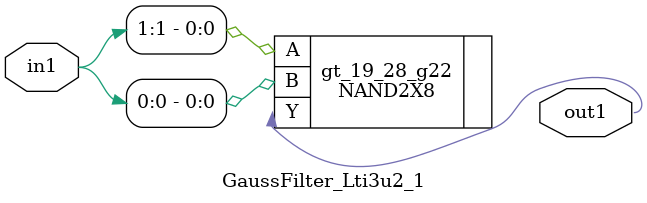
<source format=v>
`timescale 1ps / 1ps


module GaussFilter_Lti3u2_1(in1, out1);
  input [1:0] in1;
  output out1;
  wire [1:0] in1;
  wire out1;
  NAND2X8 gt_19_28_g22(.A (in1[1]), .B (in1[0]), .Y (out1));
endmodule



</source>
